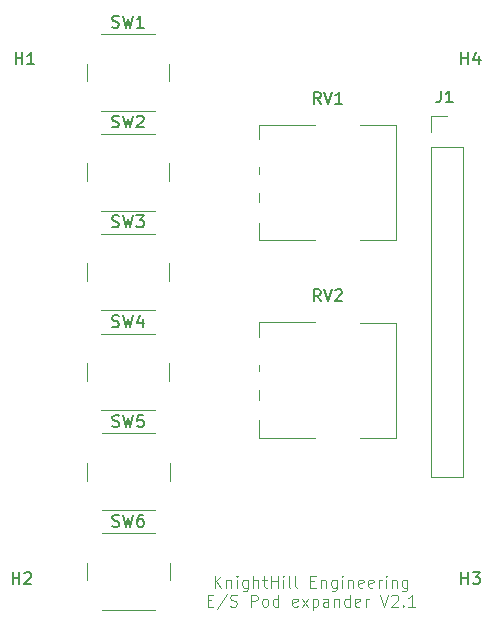
<source format=gto>
G04 #@! TF.GenerationSoftware,KiCad,Pcbnew,7.0.9*
G04 #@! TF.CreationDate,2024-01-02T17:05:22-06:00*
G04 #@! TF.ProjectId,basic_expander_v2.1,62617369-635f-4657-9870-616e6465725f,rev?*
G04 #@! TF.SameCoordinates,Original*
G04 #@! TF.FileFunction,Legend,Top*
G04 #@! TF.FilePolarity,Positive*
%FSLAX46Y46*%
G04 Gerber Fmt 4.6, Leading zero omitted, Abs format (unit mm)*
G04 Created by KiCad (PCBNEW 7.0.9) date 2024-01-02 17:05:22*
%MOMM*%
%LPD*%
G01*
G04 APERTURE LIST*
%ADD10C,0.100000*%
%ADD11C,0.150000*%
%ADD12C,0.120000*%
%ADD13O,3.580000X2.720000*%
%ADD14O,3.580000X2.696000*%
%ADD15R,1.800000X1.800000*%
%ADD16C,1.800000*%
%ADD17C,2.000000*%
%ADD18R,1.700000X1.700000*%
%ADD19O,1.700000X1.700000*%
%ADD20C,2.200000*%
G04 APERTURE END LIST*
D10*
X79833333Y-91762419D02*
X79833333Y-90762419D01*
X80404761Y-91762419D02*
X79976190Y-91190990D01*
X80404761Y-90762419D02*
X79833333Y-91333847D01*
X80833333Y-91095752D02*
X80833333Y-91762419D01*
X80833333Y-91190990D02*
X80880952Y-91143371D01*
X80880952Y-91143371D02*
X80976190Y-91095752D01*
X80976190Y-91095752D02*
X81119047Y-91095752D01*
X81119047Y-91095752D02*
X81214285Y-91143371D01*
X81214285Y-91143371D02*
X81261904Y-91238609D01*
X81261904Y-91238609D02*
X81261904Y-91762419D01*
X81738095Y-91762419D02*
X81738095Y-91095752D01*
X81738095Y-90762419D02*
X81690476Y-90810038D01*
X81690476Y-90810038D02*
X81738095Y-90857657D01*
X81738095Y-90857657D02*
X81785714Y-90810038D01*
X81785714Y-90810038D02*
X81738095Y-90762419D01*
X81738095Y-90762419D02*
X81738095Y-90857657D01*
X82642856Y-91095752D02*
X82642856Y-91905276D01*
X82642856Y-91905276D02*
X82595237Y-92000514D01*
X82595237Y-92000514D02*
X82547618Y-92048133D01*
X82547618Y-92048133D02*
X82452380Y-92095752D01*
X82452380Y-92095752D02*
X82309523Y-92095752D01*
X82309523Y-92095752D02*
X82214285Y-92048133D01*
X82642856Y-91714800D02*
X82547618Y-91762419D01*
X82547618Y-91762419D02*
X82357142Y-91762419D01*
X82357142Y-91762419D02*
X82261904Y-91714800D01*
X82261904Y-91714800D02*
X82214285Y-91667180D01*
X82214285Y-91667180D02*
X82166666Y-91571942D01*
X82166666Y-91571942D02*
X82166666Y-91286228D01*
X82166666Y-91286228D02*
X82214285Y-91190990D01*
X82214285Y-91190990D02*
X82261904Y-91143371D01*
X82261904Y-91143371D02*
X82357142Y-91095752D01*
X82357142Y-91095752D02*
X82547618Y-91095752D01*
X82547618Y-91095752D02*
X82642856Y-91143371D01*
X83119047Y-91762419D02*
X83119047Y-90762419D01*
X83547618Y-91762419D02*
X83547618Y-91238609D01*
X83547618Y-91238609D02*
X83499999Y-91143371D01*
X83499999Y-91143371D02*
X83404761Y-91095752D01*
X83404761Y-91095752D02*
X83261904Y-91095752D01*
X83261904Y-91095752D02*
X83166666Y-91143371D01*
X83166666Y-91143371D02*
X83119047Y-91190990D01*
X83880952Y-91095752D02*
X84261904Y-91095752D01*
X84023809Y-90762419D02*
X84023809Y-91619561D01*
X84023809Y-91619561D02*
X84071428Y-91714800D01*
X84071428Y-91714800D02*
X84166666Y-91762419D01*
X84166666Y-91762419D02*
X84261904Y-91762419D01*
X84595238Y-91762419D02*
X84595238Y-90762419D01*
X84595238Y-91238609D02*
X85166666Y-91238609D01*
X85166666Y-91762419D02*
X85166666Y-90762419D01*
X85642857Y-91762419D02*
X85642857Y-91095752D01*
X85642857Y-90762419D02*
X85595238Y-90810038D01*
X85595238Y-90810038D02*
X85642857Y-90857657D01*
X85642857Y-90857657D02*
X85690476Y-90810038D01*
X85690476Y-90810038D02*
X85642857Y-90762419D01*
X85642857Y-90762419D02*
X85642857Y-90857657D01*
X86261904Y-91762419D02*
X86166666Y-91714800D01*
X86166666Y-91714800D02*
X86119047Y-91619561D01*
X86119047Y-91619561D02*
X86119047Y-90762419D01*
X86785714Y-91762419D02*
X86690476Y-91714800D01*
X86690476Y-91714800D02*
X86642857Y-91619561D01*
X86642857Y-91619561D02*
X86642857Y-90762419D01*
X87928572Y-91238609D02*
X88261905Y-91238609D01*
X88404762Y-91762419D02*
X87928572Y-91762419D01*
X87928572Y-91762419D02*
X87928572Y-90762419D01*
X87928572Y-90762419D02*
X88404762Y-90762419D01*
X88833334Y-91095752D02*
X88833334Y-91762419D01*
X88833334Y-91190990D02*
X88880953Y-91143371D01*
X88880953Y-91143371D02*
X88976191Y-91095752D01*
X88976191Y-91095752D02*
X89119048Y-91095752D01*
X89119048Y-91095752D02*
X89214286Y-91143371D01*
X89214286Y-91143371D02*
X89261905Y-91238609D01*
X89261905Y-91238609D02*
X89261905Y-91762419D01*
X90166667Y-91095752D02*
X90166667Y-91905276D01*
X90166667Y-91905276D02*
X90119048Y-92000514D01*
X90119048Y-92000514D02*
X90071429Y-92048133D01*
X90071429Y-92048133D02*
X89976191Y-92095752D01*
X89976191Y-92095752D02*
X89833334Y-92095752D01*
X89833334Y-92095752D02*
X89738096Y-92048133D01*
X90166667Y-91714800D02*
X90071429Y-91762419D01*
X90071429Y-91762419D02*
X89880953Y-91762419D01*
X89880953Y-91762419D02*
X89785715Y-91714800D01*
X89785715Y-91714800D02*
X89738096Y-91667180D01*
X89738096Y-91667180D02*
X89690477Y-91571942D01*
X89690477Y-91571942D02*
X89690477Y-91286228D01*
X89690477Y-91286228D02*
X89738096Y-91190990D01*
X89738096Y-91190990D02*
X89785715Y-91143371D01*
X89785715Y-91143371D02*
X89880953Y-91095752D01*
X89880953Y-91095752D02*
X90071429Y-91095752D01*
X90071429Y-91095752D02*
X90166667Y-91143371D01*
X90642858Y-91762419D02*
X90642858Y-91095752D01*
X90642858Y-90762419D02*
X90595239Y-90810038D01*
X90595239Y-90810038D02*
X90642858Y-90857657D01*
X90642858Y-90857657D02*
X90690477Y-90810038D01*
X90690477Y-90810038D02*
X90642858Y-90762419D01*
X90642858Y-90762419D02*
X90642858Y-90857657D01*
X91119048Y-91095752D02*
X91119048Y-91762419D01*
X91119048Y-91190990D02*
X91166667Y-91143371D01*
X91166667Y-91143371D02*
X91261905Y-91095752D01*
X91261905Y-91095752D02*
X91404762Y-91095752D01*
X91404762Y-91095752D02*
X91500000Y-91143371D01*
X91500000Y-91143371D02*
X91547619Y-91238609D01*
X91547619Y-91238609D02*
X91547619Y-91762419D01*
X92404762Y-91714800D02*
X92309524Y-91762419D01*
X92309524Y-91762419D02*
X92119048Y-91762419D01*
X92119048Y-91762419D02*
X92023810Y-91714800D01*
X92023810Y-91714800D02*
X91976191Y-91619561D01*
X91976191Y-91619561D02*
X91976191Y-91238609D01*
X91976191Y-91238609D02*
X92023810Y-91143371D01*
X92023810Y-91143371D02*
X92119048Y-91095752D01*
X92119048Y-91095752D02*
X92309524Y-91095752D01*
X92309524Y-91095752D02*
X92404762Y-91143371D01*
X92404762Y-91143371D02*
X92452381Y-91238609D01*
X92452381Y-91238609D02*
X92452381Y-91333847D01*
X92452381Y-91333847D02*
X91976191Y-91429085D01*
X93261905Y-91714800D02*
X93166667Y-91762419D01*
X93166667Y-91762419D02*
X92976191Y-91762419D01*
X92976191Y-91762419D02*
X92880953Y-91714800D01*
X92880953Y-91714800D02*
X92833334Y-91619561D01*
X92833334Y-91619561D02*
X92833334Y-91238609D01*
X92833334Y-91238609D02*
X92880953Y-91143371D01*
X92880953Y-91143371D02*
X92976191Y-91095752D01*
X92976191Y-91095752D02*
X93166667Y-91095752D01*
X93166667Y-91095752D02*
X93261905Y-91143371D01*
X93261905Y-91143371D02*
X93309524Y-91238609D01*
X93309524Y-91238609D02*
X93309524Y-91333847D01*
X93309524Y-91333847D02*
X92833334Y-91429085D01*
X93738096Y-91762419D02*
X93738096Y-91095752D01*
X93738096Y-91286228D02*
X93785715Y-91190990D01*
X93785715Y-91190990D02*
X93833334Y-91143371D01*
X93833334Y-91143371D02*
X93928572Y-91095752D01*
X93928572Y-91095752D02*
X94023810Y-91095752D01*
X94357144Y-91762419D02*
X94357144Y-91095752D01*
X94357144Y-90762419D02*
X94309525Y-90810038D01*
X94309525Y-90810038D02*
X94357144Y-90857657D01*
X94357144Y-90857657D02*
X94404763Y-90810038D01*
X94404763Y-90810038D02*
X94357144Y-90762419D01*
X94357144Y-90762419D02*
X94357144Y-90857657D01*
X94833334Y-91095752D02*
X94833334Y-91762419D01*
X94833334Y-91190990D02*
X94880953Y-91143371D01*
X94880953Y-91143371D02*
X94976191Y-91095752D01*
X94976191Y-91095752D02*
X95119048Y-91095752D01*
X95119048Y-91095752D02*
X95214286Y-91143371D01*
X95214286Y-91143371D02*
X95261905Y-91238609D01*
X95261905Y-91238609D02*
X95261905Y-91762419D01*
X96166667Y-91095752D02*
X96166667Y-91905276D01*
X96166667Y-91905276D02*
X96119048Y-92000514D01*
X96119048Y-92000514D02*
X96071429Y-92048133D01*
X96071429Y-92048133D02*
X95976191Y-92095752D01*
X95976191Y-92095752D02*
X95833334Y-92095752D01*
X95833334Y-92095752D02*
X95738096Y-92048133D01*
X96166667Y-91714800D02*
X96071429Y-91762419D01*
X96071429Y-91762419D02*
X95880953Y-91762419D01*
X95880953Y-91762419D02*
X95785715Y-91714800D01*
X95785715Y-91714800D02*
X95738096Y-91667180D01*
X95738096Y-91667180D02*
X95690477Y-91571942D01*
X95690477Y-91571942D02*
X95690477Y-91286228D01*
X95690477Y-91286228D02*
X95738096Y-91190990D01*
X95738096Y-91190990D02*
X95785715Y-91143371D01*
X95785715Y-91143371D02*
X95880953Y-91095752D01*
X95880953Y-91095752D02*
X96071429Y-91095752D01*
X96071429Y-91095752D02*
X96166667Y-91143371D01*
X79238094Y-92848609D02*
X79571427Y-92848609D01*
X79714284Y-93372419D02*
X79238094Y-93372419D01*
X79238094Y-93372419D02*
X79238094Y-92372419D01*
X79238094Y-92372419D02*
X79714284Y-92372419D01*
X80857141Y-92324800D02*
X79999999Y-93610514D01*
X81142856Y-93324800D02*
X81285713Y-93372419D01*
X81285713Y-93372419D02*
X81523808Y-93372419D01*
X81523808Y-93372419D02*
X81619046Y-93324800D01*
X81619046Y-93324800D02*
X81666665Y-93277180D01*
X81666665Y-93277180D02*
X81714284Y-93181942D01*
X81714284Y-93181942D02*
X81714284Y-93086704D01*
X81714284Y-93086704D02*
X81666665Y-92991466D01*
X81666665Y-92991466D02*
X81619046Y-92943847D01*
X81619046Y-92943847D02*
X81523808Y-92896228D01*
X81523808Y-92896228D02*
X81333332Y-92848609D01*
X81333332Y-92848609D02*
X81238094Y-92800990D01*
X81238094Y-92800990D02*
X81190475Y-92753371D01*
X81190475Y-92753371D02*
X81142856Y-92658133D01*
X81142856Y-92658133D02*
X81142856Y-92562895D01*
X81142856Y-92562895D02*
X81190475Y-92467657D01*
X81190475Y-92467657D02*
X81238094Y-92420038D01*
X81238094Y-92420038D02*
X81333332Y-92372419D01*
X81333332Y-92372419D02*
X81571427Y-92372419D01*
X81571427Y-92372419D02*
X81714284Y-92420038D01*
X82904761Y-93372419D02*
X82904761Y-92372419D01*
X82904761Y-92372419D02*
X83285713Y-92372419D01*
X83285713Y-92372419D02*
X83380951Y-92420038D01*
X83380951Y-92420038D02*
X83428570Y-92467657D01*
X83428570Y-92467657D02*
X83476189Y-92562895D01*
X83476189Y-92562895D02*
X83476189Y-92705752D01*
X83476189Y-92705752D02*
X83428570Y-92800990D01*
X83428570Y-92800990D02*
X83380951Y-92848609D01*
X83380951Y-92848609D02*
X83285713Y-92896228D01*
X83285713Y-92896228D02*
X82904761Y-92896228D01*
X84047618Y-93372419D02*
X83952380Y-93324800D01*
X83952380Y-93324800D02*
X83904761Y-93277180D01*
X83904761Y-93277180D02*
X83857142Y-93181942D01*
X83857142Y-93181942D02*
X83857142Y-92896228D01*
X83857142Y-92896228D02*
X83904761Y-92800990D01*
X83904761Y-92800990D02*
X83952380Y-92753371D01*
X83952380Y-92753371D02*
X84047618Y-92705752D01*
X84047618Y-92705752D02*
X84190475Y-92705752D01*
X84190475Y-92705752D02*
X84285713Y-92753371D01*
X84285713Y-92753371D02*
X84333332Y-92800990D01*
X84333332Y-92800990D02*
X84380951Y-92896228D01*
X84380951Y-92896228D02*
X84380951Y-93181942D01*
X84380951Y-93181942D02*
X84333332Y-93277180D01*
X84333332Y-93277180D02*
X84285713Y-93324800D01*
X84285713Y-93324800D02*
X84190475Y-93372419D01*
X84190475Y-93372419D02*
X84047618Y-93372419D01*
X85238094Y-93372419D02*
X85238094Y-92372419D01*
X85238094Y-93324800D02*
X85142856Y-93372419D01*
X85142856Y-93372419D02*
X84952380Y-93372419D01*
X84952380Y-93372419D02*
X84857142Y-93324800D01*
X84857142Y-93324800D02*
X84809523Y-93277180D01*
X84809523Y-93277180D02*
X84761904Y-93181942D01*
X84761904Y-93181942D02*
X84761904Y-92896228D01*
X84761904Y-92896228D02*
X84809523Y-92800990D01*
X84809523Y-92800990D02*
X84857142Y-92753371D01*
X84857142Y-92753371D02*
X84952380Y-92705752D01*
X84952380Y-92705752D02*
X85142856Y-92705752D01*
X85142856Y-92705752D02*
X85238094Y-92753371D01*
X86857142Y-93324800D02*
X86761904Y-93372419D01*
X86761904Y-93372419D02*
X86571428Y-93372419D01*
X86571428Y-93372419D02*
X86476190Y-93324800D01*
X86476190Y-93324800D02*
X86428571Y-93229561D01*
X86428571Y-93229561D02*
X86428571Y-92848609D01*
X86428571Y-92848609D02*
X86476190Y-92753371D01*
X86476190Y-92753371D02*
X86571428Y-92705752D01*
X86571428Y-92705752D02*
X86761904Y-92705752D01*
X86761904Y-92705752D02*
X86857142Y-92753371D01*
X86857142Y-92753371D02*
X86904761Y-92848609D01*
X86904761Y-92848609D02*
X86904761Y-92943847D01*
X86904761Y-92943847D02*
X86428571Y-93039085D01*
X87238095Y-93372419D02*
X87761904Y-92705752D01*
X87238095Y-92705752D02*
X87761904Y-93372419D01*
X88142857Y-92705752D02*
X88142857Y-93705752D01*
X88142857Y-92753371D02*
X88238095Y-92705752D01*
X88238095Y-92705752D02*
X88428571Y-92705752D01*
X88428571Y-92705752D02*
X88523809Y-92753371D01*
X88523809Y-92753371D02*
X88571428Y-92800990D01*
X88571428Y-92800990D02*
X88619047Y-92896228D01*
X88619047Y-92896228D02*
X88619047Y-93181942D01*
X88619047Y-93181942D02*
X88571428Y-93277180D01*
X88571428Y-93277180D02*
X88523809Y-93324800D01*
X88523809Y-93324800D02*
X88428571Y-93372419D01*
X88428571Y-93372419D02*
X88238095Y-93372419D01*
X88238095Y-93372419D02*
X88142857Y-93324800D01*
X89476190Y-93372419D02*
X89476190Y-92848609D01*
X89476190Y-92848609D02*
X89428571Y-92753371D01*
X89428571Y-92753371D02*
X89333333Y-92705752D01*
X89333333Y-92705752D02*
X89142857Y-92705752D01*
X89142857Y-92705752D02*
X89047619Y-92753371D01*
X89476190Y-93324800D02*
X89380952Y-93372419D01*
X89380952Y-93372419D02*
X89142857Y-93372419D01*
X89142857Y-93372419D02*
X89047619Y-93324800D01*
X89047619Y-93324800D02*
X89000000Y-93229561D01*
X89000000Y-93229561D02*
X89000000Y-93134323D01*
X89000000Y-93134323D02*
X89047619Y-93039085D01*
X89047619Y-93039085D02*
X89142857Y-92991466D01*
X89142857Y-92991466D02*
X89380952Y-92991466D01*
X89380952Y-92991466D02*
X89476190Y-92943847D01*
X89952381Y-92705752D02*
X89952381Y-93372419D01*
X89952381Y-92800990D02*
X90000000Y-92753371D01*
X90000000Y-92753371D02*
X90095238Y-92705752D01*
X90095238Y-92705752D02*
X90238095Y-92705752D01*
X90238095Y-92705752D02*
X90333333Y-92753371D01*
X90333333Y-92753371D02*
X90380952Y-92848609D01*
X90380952Y-92848609D02*
X90380952Y-93372419D01*
X91285714Y-93372419D02*
X91285714Y-92372419D01*
X91285714Y-93324800D02*
X91190476Y-93372419D01*
X91190476Y-93372419D02*
X91000000Y-93372419D01*
X91000000Y-93372419D02*
X90904762Y-93324800D01*
X90904762Y-93324800D02*
X90857143Y-93277180D01*
X90857143Y-93277180D02*
X90809524Y-93181942D01*
X90809524Y-93181942D02*
X90809524Y-92896228D01*
X90809524Y-92896228D02*
X90857143Y-92800990D01*
X90857143Y-92800990D02*
X90904762Y-92753371D01*
X90904762Y-92753371D02*
X91000000Y-92705752D01*
X91000000Y-92705752D02*
X91190476Y-92705752D01*
X91190476Y-92705752D02*
X91285714Y-92753371D01*
X92142857Y-93324800D02*
X92047619Y-93372419D01*
X92047619Y-93372419D02*
X91857143Y-93372419D01*
X91857143Y-93372419D02*
X91761905Y-93324800D01*
X91761905Y-93324800D02*
X91714286Y-93229561D01*
X91714286Y-93229561D02*
X91714286Y-92848609D01*
X91714286Y-92848609D02*
X91761905Y-92753371D01*
X91761905Y-92753371D02*
X91857143Y-92705752D01*
X91857143Y-92705752D02*
X92047619Y-92705752D01*
X92047619Y-92705752D02*
X92142857Y-92753371D01*
X92142857Y-92753371D02*
X92190476Y-92848609D01*
X92190476Y-92848609D02*
X92190476Y-92943847D01*
X92190476Y-92943847D02*
X91714286Y-93039085D01*
X92619048Y-93372419D02*
X92619048Y-92705752D01*
X92619048Y-92896228D02*
X92666667Y-92800990D01*
X92666667Y-92800990D02*
X92714286Y-92753371D01*
X92714286Y-92753371D02*
X92809524Y-92705752D01*
X92809524Y-92705752D02*
X92904762Y-92705752D01*
X93857144Y-92372419D02*
X94190477Y-93372419D01*
X94190477Y-93372419D02*
X94523810Y-92372419D01*
X94809525Y-92467657D02*
X94857144Y-92420038D01*
X94857144Y-92420038D02*
X94952382Y-92372419D01*
X94952382Y-92372419D02*
X95190477Y-92372419D01*
X95190477Y-92372419D02*
X95285715Y-92420038D01*
X95285715Y-92420038D02*
X95333334Y-92467657D01*
X95333334Y-92467657D02*
X95380953Y-92562895D01*
X95380953Y-92562895D02*
X95380953Y-92658133D01*
X95380953Y-92658133D02*
X95333334Y-92800990D01*
X95333334Y-92800990D02*
X94761906Y-93372419D01*
X94761906Y-93372419D02*
X95380953Y-93372419D01*
X95809525Y-93277180D02*
X95857144Y-93324800D01*
X95857144Y-93324800D02*
X95809525Y-93372419D01*
X95809525Y-93372419D02*
X95761906Y-93324800D01*
X95761906Y-93324800D02*
X95809525Y-93277180D01*
X95809525Y-93277180D02*
X95809525Y-93372419D01*
X96809524Y-93372419D02*
X96238096Y-93372419D01*
X96523810Y-93372419D02*
X96523810Y-92372419D01*
X96523810Y-92372419D02*
X96428572Y-92515276D01*
X96428572Y-92515276D02*
X96333334Y-92610514D01*
X96333334Y-92610514D02*
X96238096Y-92658133D01*
D11*
X88814761Y-67514819D02*
X88481428Y-67038628D01*
X88243333Y-67514819D02*
X88243333Y-66514819D01*
X88243333Y-66514819D02*
X88624285Y-66514819D01*
X88624285Y-66514819D02*
X88719523Y-66562438D01*
X88719523Y-66562438D02*
X88767142Y-66610057D01*
X88767142Y-66610057D02*
X88814761Y-66705295D01*
X88814761Y-66705295D02*
X88814761Y-66848152D01*
X88814761Y-66848152D02*
X88767142Y-66943390D01*
X88767142Y-66943390D02*
X88719523Y-66991009D01*
X88719523Y-66991009D02*
X88624285Y-67038628D01*
X88624285Y-67038628D02*
X88243333Y-67038628D01*
X89100476Y-66514819D02*
X89433809Y-67514819D01*
X89433809Y-67514819D02*
X89767142Y-66514819D01*
X90052857Y-66610057D02*
X90100476Y-66562438D01*
X90100476Y-66562438D02*
X90195714Y-66514819D01*
X90195714Y-66514819D02*
X90433809Y-66514819D01*
X90433809Y-66514819D02*
X90529047Y-66562438D01*
X90529047Y-66562438D02*
X90576666Y-66610057D01*
X90576666Y-66610057D02*
X90624285Y-66705295D01*
X90624285Y-66705295D02*
X90624285Y-66800533D01*
X90624285Y-66800533D02*
X90576666Y-66943390D01*
X90576666Y-66943390D02*
X90005238Y-67514819D01*
X90005238Y-67514819D02*
X90624285Y-67514819D01*
X88814761Y-50814819D02*
X88481428Y-50338628D01*
X88243333Y-50814819D02*
X88243333Y-49814819D01*
X88243333Y-49814819D02*
X88624285Y-49814819D01*
X88624285Y-49814819D02*
X88719523Y-49862438D01*
X88719523Y-49862438D02*
X88767142Y-49910057D01*
X88767142Y-49910057D02*
X88814761Y-50005295D01*
X88814761Y-50005295D02*
X88814761Y-50148152D01*
X88814761Y-50148152D02*
X88767142Y-50243390D01*
X88767142Y-50243390D02*
X88719523Y-50291009D01*
X88719523Y-50291009D02*
X88624285Y-50338628D01*
X88624285Y-50338628D02*
X88243333Y-50338628D01*
X89100476Y-49814819D02*
X89433809Y-50814819D01*
X89433809Y-50814819D02*
X89767142Y-49814819D01*
X90624285Y-50814819D02*
X90052857Y-50814819D01*
X90338571Y-50814819D02*
X90338571Y-49814819D01*
X90338571Y-49814819D02*
X90243333Y-49957676D01*
X90243333Y-49957676D02*
X90148095Y-50052914D01*
X90148095Y-50052914D02*
X90052857Y-50100533D01*
X71166667Y-52758422D02*
X71309524Y-52806041D01*
X71309524Y-52806041D02*
X71547619Y-52806041D01*
X71547619Y-52806041D02*
X71642857Y-52758422D01*
X71642857Y-52758422D02*
X71690476Y-52710802D01*
X71690476Y-52710802D02*
X71738095Y-52615564D01*
X71738095Y-52615564D02*
X71738095Y-52520326D01*
X71738095Y-52520326D02*
X71690476Y-52425088D01*
X71690476Y-52425088D02*
X71642857Y-52377469D01*
X71642857Y-52377469D02*
X71547619Y-52329850D01*
X71547619Y-52329850D02*
X71357143Y-52282231D01*
X71357143Y-52282231D02*
X71261905Y-52234612D01*
X71261905Y-52234612D02*
X71214286Y-52186993D01*
X71214286Y-52186993D02*
X71166667Y-52091755D01*
X71166667Y-52091755D02*
X71166667Y-51996517D01*
X71166667Y-51996517D02*
X71214286Y-51901279D01*
X71214286Y-51901279D02*
X71261905Y-51853660D01*
X71261905Y-51853660D02*
X71357143Y-51806041D01*
X71357143Y-51806041D02*
X71595238Y-51806041D01*
X71595238Y-51806041D02*
X71738095Y-51853660D01*
X72071429Y-51806041D02*
X72309524Y-52806041D01*
X72309524Y-52806041D02*
X72500000Y-52091755D01*
X72500000Y-52091755D02*
X72690476Y-52806041D01*
X72690476Y-52806041D02*
X72928572Y-51806041D01*
X73261905Y-51901279D02*
X73309524Y-51853660D01*
X73309524Y-51853660D02*
X73404762Y-51806041D01*
X73404762Y-51806041D02*
X73642857Y-51806041D01*
X73642857Y-51806041D02*
X73738095Y-51853660D01*
X73738095Y-51853660D02*
X73785714Y-51901279D01*
X73785714Y-51901279D02*
X73833333Y-51996517D01*
X73833333Y-51996517D02*
X73833333Y-52091755D01*
X73833333Y-52091755D02*
X73785714Y-52234612D01*
X73785714Y-52234612D02*
X73214286Y-52806041D01*
X73214286Y-52806041D02*
X73833333Y-52806041D01*
X71189982Y-86563311D02*
X71332839Y-86610930D01*
X71332839Y-86610930D02*
X71570934Y-86610930D01*
X71570934Y-86610930D02*
X71666172Y-86563311D01*
X71666172Y-86563311D02*
X71713791Y-86515691D01*
X71713791Y-86515691D02*
X71761410Y-86420453D01*
X71761410Y-86420453D02*
X71761410Y-86325215D01*
X71761410Y-86325215D02*
X71713791Y-86229977D01*
X71713791Y-86229977D02*
X71666172Y-86182358D01*
X71666172Y-86182358D02*
X71570934Y-86134739D01*
X71570934Y-86134739D02*
X71380458Y-86087120D01*
X71380458Y-86087120D02*
X71285220Y-86039501D01*
X71285220Y-86039501D02*
X71237601Y-85991882D01*
X71237601Y-85991882D02*
X71189982Y-85896644D01*
X71189982Y-85896644D02*
X71189982Y-85801406D01*
X71189982Y-85801406D02*
X71237601Y-85706168D01*
X71237601Y-85706168D02*
X71285220Y-85658549D01*
X71285220Y-85658549D02*
X71380458Y-85610930D01*
X71380458Y-85610930D02*
X71618553Y-85610930D01*
X71618553Y-85610930D02*
X71761410Y-85658549D01*
X72094744Y-85610930D02*
X72332839Y-86610930D01*
X72332839Y-86610930D02*
X72523315Y-85896644D01*
X72523315Y-85896644D02*
X72713791Y-86610930D01*
X72713791Y-86610930D02*
X72951887Y-85610930D01*
X73761410Y-85610930D02*
X73570934Y-85610930D01*
X73570934Y-85610930D02*
X73475696Y-85658549D01*
X73475696Y-85658549D02*
X73428077Y-85706168D01*
X73428077Y-85706168D02*
X73332839Y-85849025D01*
X73332839Y-85849025D02*
X73285220Y-86039501D01*
X73285220Y-86039501D02*
X73285220Y-86420453D01*
X73285220Y-86420453D02*
X73332839Y-86515691D01*
X73332839Y-86515691D02*
X73380458Y-86563311D01*
X73380458Y-86563311D02*
X73475696Y-86610930D01*
X73475696Y-86610930D02*
X73666172Y-86610930D01*
X73666172Y-86610930D02*
X73761410Y-86563311D01*
X73761410Y-86563311D02*
X73809029Y-86515691D01*
X73809029Y-86515691D02*
X73856648Y-86420453D01*
X73856648Y-86420453D02*
X73856648Y-86182358D01*
X73856648Y-86182358D02*
X73809029Y-86087120D01*
X73809029Y-86087120D02*
X73761410Y-86039501D01*
X73761410Y-86039501D02*
X73666172Y-85991882D01*
X73666172Y-85991882D02*
X73475696Y-85991882D01*
X73475696Y-85991882D02*
X73380458Y-86039501D01*
X73380458Y-86039501D02*
X73332839Y-86087120D01*
X73332839Y-86087120D02*
X73285220Y-86182358D01*
X98992771Y-49693307D02*
X98992771Y-50407592D01*
X98992771Y-50407592D02*
X98945152Y-50550449D01*
X98945152Y-50550449D02*
X98849914Y-50645688D01*
X98849914Y-50645688D02*
X98707057Y-50693307D01*
X98707057Y-50693307D02*
X98611819Y-50693307D01*
X99992771Y-50693307D02*
X99421343Y-50693307D01*
X99707057Y-50693307D02*
X99707057Y-49693307D01*
X99707057Y-49693307D02*
X99611819Y-49836164D01*
X99611819Y-49836164D02*
X99516581Y-49931402D01*
X99516581Y-49931402D02*
X99421343Y-49979021D01*
X71166667Y-44307200D02*
X71309524Y-44354819D01*
X71309524Y-44354819D02*
X71547619Y-44354819D01*
X71547619Y-44354819D02*
X71642857Y-44307200D01*
X71642857Y-44307200D02*
X71690476Y-44259580D01*
X71690476Y-44259580D02*
X71738095Y-44164342D01*
X71738095Y-44164342D02*
X71738095Y-44069104D01*
X71738095Y-44069104D02*
X71690476Y-43973866D01*
X71690476Y-43973866D02*
X71642857Y-43926247D01*
X71642857Y-43926247D02*
X71547619Y-43878628D01*
X71547619Y-43878628D02*
X71357143Y-43831009D01*
X71357143Y-43831009D02*
X71261905Y-43783390D01*
X71261905Y-43783390D02*
X71214286Y-43735771D01*
X71214286Y-43735771D02*
X71166667Y-43640533D01*
X71166667Y-43640533D02*
X71166667Y-43545295D01*
X71166667Y-43545295D02*
X71214286Y-43450057D01*
X71214286Y-43450057D02*
X71261905Y-43402438D01*
X71261905Y-43402438D02*
X71357143Y-43354819D01*
X71357143Y-43354819D02*
X71595238Y-43354819D01*
X71595238Y-43354819D02*
X71738095Y-43402438D01*
X72071429Y-43354819D02*
X72309524Y-44354819D01*
X72309524Y-44354819D02*
X72500000Y-43640533D01*
X72500000Y-43640533D02*
X72690476Y-44354819D01*
X72690476Y-44354819D02*
X72928572Y-43354819D01*
X73833333Y-44354819D02*
X73261905Y-44354819D01*
X73547619Y-44354819D02*
X73547619Y-43354819D01*
X73547619Y-43354819D02*
X73452381Y-43497676D01*
X73452381Y-43497676D02*
X73357143Y-43592914D01*
X73357143Y-43592914D02*
X73261905Y-43640533D01*
X71189982Y-78112088D02*
X71332839Y-78159707D01*
X71332839Y-78159707D02*
X71570934Y-78159707D01*
X71570934Y-78159707D02*
X71666172Y-78112088D01*
X71666172Y-78112088D02*
X71713791Y-78064468D01*
X71713791Y-78064468D02*
X71761410Y-77969230D01*
X71761410Y-77969230D02*
X71761410Y-77873992D01*
X71761410Y-77873992D02*
X71713791Y-77778754D01*
X71713791Y-77778754D02*
X71666172Y-77731135D01*
X71666172Y-77731135D02*
X71570934Y-77683516D01*
X71570934Y-77683516D02*
X71380458Y-77635897D01*
X71380458Y-77635897D02*
X71285220Y-77588278D01*
X71285220Y-77588278D02*
X71237601Y-77540659D01*
X71237601Y-77540659D02*
X71189982Y-77445421D01*
X71189982Y-77445421D02*
X71189982Y-77350183D01*
X71189982Y-77350183D02*
X71237601Y-77254945D01*
X71237601Y-77254945D02*
X71285220Y-77207326D01*
X71285220Y-77207326D02*
X71380458Y-77159707D01*
X71380458Y-77159707D02*
X71618553Y-77159707D01*
X71618553Y-77159707D02*
X71761410Y-77207326D01*
X72094744Y-77159707D02*
X72332839Y-78159707D01*
X72332839Y-78159707D02*
X72523315Y-77445421D01*
X72523315Y-77445421D02*
X72713791Y-78159707D01*
X72713791Y-78159707D02*
X72951887Y-77159707D01*
X73809029Y-77159707D02*
X73332839Y-77159707D01*
X73332839Y-77159707D02*
X73285220Y-77635897D01*
X73285220Y-77635897D02*
X73332839Y-77588278D01*
X73332839Y-77588278D02*
X73428077Y-77540659D01*
X73428077Y-77540659D02*
X73666172Y-77540659D01*
X73666172Y-77540659D02*
X73761410Y-77588278D01*
X73761410Y-77588278D02*
X73809029Y-77635897D01*
X73809029Y-77635897D02*
X73856648Y-77731135D01*
X73856648Y-77731135D02*
X73856648Y-77969230D01*
X73856648Y-77969230D02*
X73809029Y-78064468D01*
X73809029Y-78064468D02*
X73761410Y-78112088D01*
X73761410Y-78112088D02*
X73666172Y-78159707D01*
X73666172Y-78159707D02*
X73428077Y-78159707D01*
X73428077Y-78159707D02*
X73332839Y-78112088D01*
X73332839Y-78112088D02*
X73285220Y-78064468D01*
X100738095Y-91454819D02*
X100738095Y-90454819D01*
X100738095Y-90931009D02*
X101309523Y-90931009D01*
X101309523Y-91454819D02*
X101309523Y-90454819D01*
X101690476Y-90454819D02*
X102309523Y-90454819D01*
X102309523Y-90454819D02*
X101976190Y-90835771D01*
X101976190Y-90835771D02*
X102119047Y-90835771D01*
X102119047Y-90835771D02*
X102214285Y-90883390D01*
X102214285Y-90883390D02*
X102261904Y-90931009D01*
X102261904Y-90931009D02*
X102309523Y-91026247D01*
X102309523Y-91026247D02*
X102309523Y-91264342D01*
X102309523Y-91264342D02*
X102261904Y-91359580D01*
X102261904Y-91359580D02*
X102214285Y-91407200D01*
X102214285Y-91407200D02*
X102119047Y-91454819D01*
X102119047Y-91454819D02*
X101833333Y-91454819D01*
X101833333Y-91454819D02*
X101738095Y-91407200D01*
X101738095Y-91407200D02*
X101690476Y-91359580D01*
X71166667Y-61209644D02*
X71309524Y-61257263D01*
X71309524Y-61257263D02*
X71547619Y-61257263D01*
X71547619Y-61257263D02*
X71642857Y-61209644D01*
X71642857Y-61209644D02*
X71690476Y-61162024D01*
X71690476Y-61162024D02*
X71738095Y-61066786D01*
X71738095Y-61066786D02*
X71738095Y-60971548D01*
X71738095Y-60971548D02*
X71690476Y-60876310D01*
X71690476Y-60876310D02*
X71642857Y-60828691D01*
X71642857Y-60828691D02*
X71547619Y-60781072D01*
X71547619Y-60781072D02*
X71357143Y-60733453D01*
X71357143Y-60733453D02*
X71261905Y-60685834D01*
X71261905Y-60685834D02*
X71214286Y-60638215D01*
X71214286Y-60638215D02*
X71166667Y-60542977D01*
X71166667Y-60542977D02*
X71166667Y-60447739D01*
X71166667Y-60447739D02*
X71214286Y-60352501D01*
X71214286Y-60352501D02*
X71261905Y-60304882D01*
X71261905Y-60304882D02*
X71357143Y-60257263D01*
X71357143Y-60257263D02*
X71595238Y-60257263D01*
X71595238Y-60257263D02*
X71738095Y-60304882D01*
X72071429Y-60257263D02*
X72309524Y-61257263D01*
X72309524Y-61257263D02*
X72500000Y-60542977D01*
X72500000Y-60542977D02*
X72690476Y-61257263D01*
X72690476Y-61257263D02*
X72928572Y-60257263D01*
X73214286Y-60257263D02*
X73833333Y-60257263D01*
X73833333Y-60257263D02*
X73500000Y-60638215D01*
X73500000Y-60638215D02*
X73642857Y-60638215D01*
X73642857Y-60638215D02*
X73738095Y-60685834D01*
X73738095Y-60685834D02*
X73785714Y-60733453D01*
X73785714Y-60733453D02*
X73833333Y-60828691D01*
X73833333Y-60828691D02*
X73833333Y-61066786D01*
X73833333Y-61066786D02*
X73785714Y-61162024D01*
X73785714Y-61162024D02*
X73738095Y-61209644D01*
X73738095Y-61209644D02*
X73642857Y-61257263D01*
X73642857Y-61257263D02*
X73357143Y-61257263D01*
X73357143Y-61257263D02*
X73261905Y-61209644D01*
X73261905Y-61209644D02*
X73214286Y-61162024D01*
X62988095Y-47454819D02*
X62988095Y-46454819D01*
X62988095Y-46931009D02*
X63559523Y-46931009D01*
X63559523Y-47454819D02*
X63559523Y-46454819D01*
X64559523Y-47454819D02*
X63988095Y-47454819D01*
X64273809Y-47454819D02*
X64273809Y-46454819D01*
X64273809Y-46454819D02*
X64178571Y-46597676D01*
X64178571Y-46597676D02*
X64083333Y-46692914D01*
X64083333Y-46692914D02*
X63988095Y-46740533D01*
X100738095Y-47454819D02*
X100738095Y-46454819D01*
X100738095Y-46931009D02*
X101309523Y-46931009D01*
X101309523Y-47454819D02*
X101309523Y-46454819D01*
X102214285Y-46788152D02*
X102214285Y-47454819D01*
X101976190Y-46407200D02*
X101738095Y-47121485D01*
X101738095Y-47121485D02*
X102357142Y-47121485D01*
X62738095Y-91454819D02*
X62738095Y-90454819D01*
X62738095Y-90931009D02*
X63309523Y-90931009D01*
X63309523Y-91454819D02*
X63309523Y-90454819D01*
X63738095Y-90550057D02*
X63785714Y-90502438D01*
X63785714Y-90502438D02*
X63880952Y-90454819D01*
X63880952Y-90454819D02*
X64119047Y-90454819D01*
X64119047Y-90454819D02*
X64214285Y-90502438D01*
X64214285Y-90502438D02*
X64261904Y-90550057D01*
X64261904Y-90550057D02*
X64309523Y-90645295D01*
X64309523Y-90645295D02*
X64309523Y-90740533D01*
X64309523Y-90740533D02*
X64261904Y-90883390D01*
X64261904Y-90883390D02*
X63690476Y-91454819D01*
X63690476Y-91454819D02*
X64309523Y-91454819D01*
X71166667Y-69660866D02*
X71309524Y-69708485D01*
X71309524Y-69708485D02*
X71547619Y-69708485D01*
X71547619Y-69708485D02*
X71642857Y-69660866D01*
X71642857Y-69660866D02*
X71690476Y-69613246D01*
X71690476Y-69613246D02*
X71738095Y-69518008D01*
X71738095Y-69518008D02*
X71738095Y-69422770D01*
X71738095Y-69422770D02*
X71690476Y-69327532D01*
X71690476Y-69327532D02*
X71642857Y-69279913D01*
X71642857Y-69279913D02*
X71547619Y-69232294D01*
X71547619Y-69232294D02*
X71357143Y-69184675D01*
X71357143Y-69184675D02*
X71261905Y-69137056D01*
X71261905Y-69137056D02*
X71214286Y-69089437D01*
X71214286Y-69089437D02*
X71166667Y-68994199D01*
X71166667Y-68994199D02*
X71166667Y-68898961D01*
X71166667Y-68898961D02*
X71214286Y-68803723D01*
X71214286Y-68803723D02*
X71261905Y-68756104D01*
X71261905Y-68756104D02*
X71357143Y-68708485D01*
X71357143Y-68708485D02*
X71595238Y-68708485D01*
X71595238Y-68708485D02*
X71738095Y-68756104D01*
X72071429Y-68708485D02*
X72309524Y-69708485D01*
X72309524Y-69708485D02*
X72500000Y-68994199D01*
X72500000Y-68994199D02*
X72690476Y-69708485D01*
X72690476Y-69708485D02*
X72928572Y-68708485D01*
X73738095Y-69041818D02*
X73738095Y-69708485D01*
X73500000Y-68660866D02*
X73261905Y-69375151D01*
X73261905Y-69375151D02*
X73880952Y-69375151D01*
D12*
X83580000Y-69320000D02*
X88300000Y-69320000D01*
X83580000Y-70510000D02*
X83580000Y-69330000D01*
X83580000Y-73410000D02*
X83580000Y-72880000D01*
X83580000Y-75860000D02*
X83580000Y-75030000D01*
X83580000Y-79070000D02*
X83580000Y-77580000D01*
X83580000Y-79070000D02*
X88300000Y-79070000D01*
X92110000Y-69330000D02*
X95170000Y-69330000D01*
X92110000Y-79070000D02*
X95170000Y-79070000D01*
X95170000Y-79070000D02*
X95170000Y-69330000D01*
X83580000Y-52620000D02*
X88300000Y-52620000D01*
X83580000Y-53810000D02*
X83580000Y-52630000D01*
X83580000Y-56710000D02*
X83580000Y-56180000D01*
X83580000Y-59160000D02*
X83580000Y-58330000D01*
X83580000Y-62370000D02*
X83580000Y-60880000D01*
X83580000Y-62370000D02*
X88300000Y-62370000D01*
X92110000Y-52630000D02*
X95170000Y-52630000D01*
X92110000Y-62370000D02*
X95170000Y-62370000D01*
X95170000Y-62370000D02*
X95170000Y-52630000D01*
X69000000Y-55851222D02*
X69000000Y-57351222D01*
X70250000Y-59851222D02*
X74750000Y-59851222D01*
X74750000Y-53351222D02*
X70250000Y-53351222D01*
X76000000Y-57351222D02*
X76000000Y-55851222D01*
X69023315Y-89656111D02*
X69023315Y-91156111D01*
X70273315Y-93656111D02*
X74773315Y-93656111D01*
X74773315Y-87156111D02*
X70273315Y-87156111D01*
X76023315Y-91156111D02*
X76023315Y-89656111D01*
X98170000Y-51840000D02*
X99500000Y-51840000D01*
X98170000Y-53170000D02*
X98170000Y-51840000D01*
X98170000Y-54440000D02*
X98170000Y-82440000D01*
X98170000Y-54440000D02*
X100830000Y-54440000D01*
X98170000Y-82440000D02*
X100830000Y-82440000D01*
X100830000Y-54440000D02*
X100830000Y-82440000D01*
X69000000Y-47400000D02*
X69000000Y-48900000D01*
X70250000Y-51400000D02*
X74750000Y-51400000D01*
X74750000Y-44900000D02*
X70250000Y-44900000D01*
X76000000Y-48900000D02*
X76000000Y-47400000D01*
X69023315Y-81204888D02*
X69023315Y-82704888D01*
X70273315Y-85204888D02*
X74773315Y-85204888D01*
X74773315Y-78704888D02*
X70273315Y-78704888D01*
X76023315Y-82704888D02*
X76023315Y-81204888D01*
X69000000Y-64302444D02*
X69000000Y-65802444D01*
X70250000Y-68302444D02*
X74750000Y-68302444D01*
X74750000Y-61802444D02*
X70250000Y-61802444D01*
X76000000Y-65802444D02*
X76000000Y-64302444D01*
X69000000Y-72753666D02*
X69000000Y-74253666D01*
X70250000Y-76753666D02*
X74750000Y-76753666D01*
X74750000Y-70253666D02*
X70250000Y-70253666D01*
X76000000Y-74253666D02*
X76000000Y-72753666D01*
%LPC*%
D13*
X90200000Y-69400000D03*
D14*
X90212000Y-78988000D03*
D15*
X82700000Y-71700000D03*
D16*
X82700000Y-74200000D03*
X82700000Y-76700000D03*
D13*
X90200000Y-52700000D03*
D14*
X90212000Y-62288000D03*
D15*
X82700000Y-55000000D03*
D16*
X82700000Y-57500000D03*
X82700000Y-60000000D03*
D17*
X69250000Y-54351222D03*
X75750000Y-54351222D03*
X69250000Y-58851222D03*
X75750000Y-58851222D03*
X69273315Y-88156111D03*
X75773315Y-88156111D03*
X69273315Y-92656111D03*
X75773315Y-92656111D03*
D18*
X99500000Y-53170000D03*
D19*
X99500000Y-55710000D03*
X99500000Y-58250000D03*
X99500000Y-60790000D03*
X99500000Y-63330000D03*
X99500000Y-65870000D03*
X99500000Y-68410000D03*
X99500000Y-70950000D03*
X99500000Y-73490000D03*
X99500000Y-76030000D03*
X99500000Y-78570000D03*
X99500000Y-81110000D03*
D17*
X69250000Y-45900000D03*
X75750000Y-45900000D03*
X69250000Y-50400000D03*
X75750000Y-50400000D03*
X69273315Y-79704888D03*
X75773315Y-79704888D03*
X69273315Y-84204888D03*
X75773315Y-84204888D03*
D20*
X101500000Y-94500000D03*
D17*
X69250000Y-62802444D03*
X75750000Y-62802444D03*
X69250000Y-67302444D03*
X75750000Y-67302444D03*
D20*
X63500000Y-43500000D03*
X101500000Y-43500000D03*
X63500000Y-94500000D03*
D17*
X69250000Y-71253666D03*
X75750000Y-71253666D03*
X69250000Y-75753666D03*
X75750000Y-75753666D03*
%LPD*%
M02*

</source>
